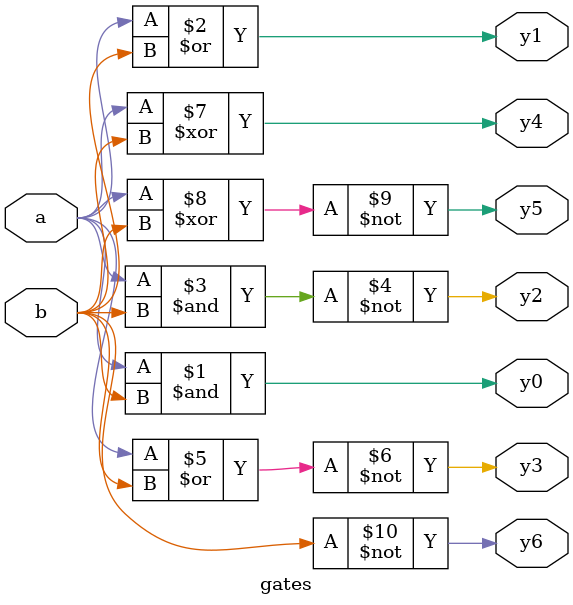
<source format=v>
`timescale 1ns / 1ps

module gates(
    input a, b,
    output y0, y1, y2, y3, y4, y5, y6
    );

    assign y0 = a & b;
    assign y1 = a | b;
    assign y2 = ~(a & b);
    assign y3 = ~(a | b);
    assign y4 = a ^ b;
    assign y5 = ~(a ^ b);
    assign y6 = ~b;


endmodule

</source>
